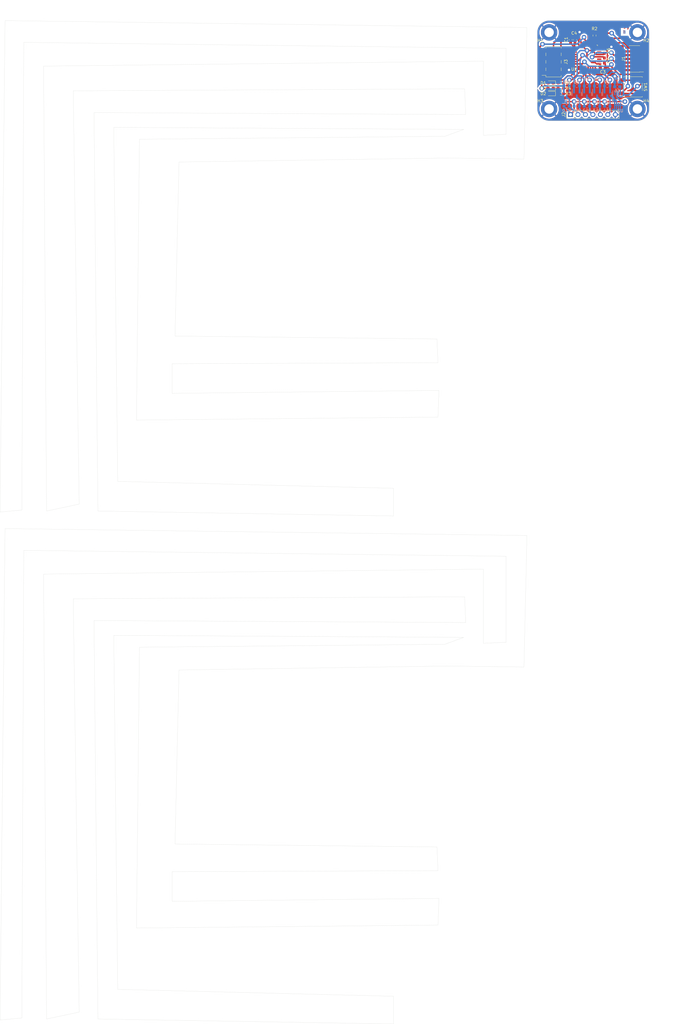
<source format=kicad_pcb>
(kicad_pcb (version 20221018) (generator pcbnew)
  (layers (0 "F.Cu" signal) (31 "B.Cu" signal) (34 "B.Paste" user) (35 "F.Paste" user) (36 "B.SilkS" user "B.Silkscreen") (37 "F.SilkS" user "F.Silkscreen") (38 "B.Mask" user) (39 "F.Mask" user) (44 "Edge.Cuts" user))
  (net 0 "")
  (net 1 "+5V-v2-")
  (net 2 "GND-v2-")
  (net 3 "+3.3V-v2-")
  (net 4 "Net-(D1-K)-v2-")
  (net 6 "Net-(D3-K)-v2-")
  (net 7 "Status_LED-v2-")
  (net 8 "Data_Clock_SNES-v2-")
  (net 9 "Data_Latch_SNES-v2-")
  (net 10 "Net-(D2-K)-v2-")
  (net 11 "Serial_Data1_SNES-v2-")
  (net 12 "Serial_Data2_SNES-v2-")
  (net 13 "SPI_Chip_Select-v2-")
  (net 14 "Chip_Enable-v2-")
  (net 15 "SPI_Digital_Input-v2-")
  (net 16 "SPI_Clock-v2-")
  (net 17 "SPI_Digital_Output-v2-")
  (net 18 "IOBit_SNES-v2-")
  (net 19 "Data_Clock_STM32-v2-")
  (net 20 "Data_Latch_STM32-v2-")
  (net 21 "Appairing_Btn-v2-")
  (net 22 "Net-(U2-BP)-v2-")
  (net 23 "SWDIO-v2-")
  (net 24 "SWDCK-v2-")
  (net 27 "NRST-v2-")
  (net 28 "USART2_RX-v2-")
  (net 29 "USART2_TX-v2-")
  (net 30 "Serial_Data1_STM32-v2-")
  (net 31 "IOBit_STM32-v2-")
  (net 32 "Serial_Data2_STM32-v2-")
  (footprint "Connector_PinHeader_2.54mm:PinHeader_1x07_P2.54mm_Vertical" (layer "F.Cu") (at 195 33.15 90)
    (fp_text reference "J2")
    (fp_text value "Conn_01x07_Socket")
  )
  (footprint "Resistor_SMD:R_0603_1608Metric_Pad0.98x0.95mm_HandSolder" (layer "F.Cu") (at 191.76875 24.25)
    (fp_text reference "R4")
    (fp_text value "1k")
  )
  (footprint "Capacitor_SMD:C_0603_1608Metric_Pad1.08x0.95mm_HandSolder" (layer "F.Cu") (at 206.51 11.5 90)
    (fp_text reference "C5")
    (fp_text value "100n")
  )
  (footprint "Capacitor_SMD:C_0603_1608Metric_Pad1.08x0.95mm_HandSolder" (layer "F.Cu") (at 196.55 7.75 90)
    (fp_text reference "C4")
    (fp_text value "100n")
  )
  (footprint "Capacitor_SMD:C_0603_1608Metric_Pad1.08x0.95mm_HandSolder" (layer "F.Cu") (at 195.05 7.75 90)
    (fp_text reference "C1")
    (fp_text value "10u")
  )
  (footprint "MountingHole:MountingHole_3.2mm_M3_DIN965_Pad" (layer "F.Cu") (at 187.75 5.25)
    (fp_text reference "H1")
    (fp_text value "MountingHole_Pad")
  )
  (footprint "Resistor_SMD:R_0603_1608Metric_Pad0.98x0.95mm_HandSolder" (layer "F.Cu") (at 203.17 6.32 90)
    (fp_text reference "R2")
    (fp_text value "10k")
  )
  (footprint "Diode_SMD:D_0603_1608Metric_Pad1.05x0.95mm_HandSolder" (layer "F.Cu") (at 188.26875 22.45 180)
    (fp_text reference "D1")
    (fp_text value "LED_Small")
  )
  (footprint "Diode_SMD:D_0603_1608Metric_Pad1.05x0.95mm_HandSolder" (layer "F.Cu") (at 188.26875 26.05 180)
    (fp_text reference "D2")
    (fp_text value "LED_Small")
  )
  (footprint "Capacitor_SMD:C_0603_1608Metric_Pad1.08x0.95mm_HandSolder" (layer "F.Cu") (at 206.51 14.8025 90)
    (fp_text reference "C2")
    (fp_text value "100n")
  )
  (footprint "Diode_SMD:D_0603_1608Metric_Pad1.05x0.95mm_HandSolder" (layer "F.Cu") (at 188.26875 24.25 180)
    (fp_text reference "D3")
    (fp_text value "LED")
  )
  (footprint "MountingHole:MountingHole_3.2mm_M3_DIN965_Pad" (layer "F.Cu") (at 187.75 31.25)
    (fp_text reference "H3")
    (fp_text value "MountingHole_Pad")
  )
  (footprint "Capacitor_SMD:C_0603_1608Metric_Pad1.08x0.95mm_HandSolder" (layer "F.Cu") (at 206.0025 17.19)
    (fp_text reference "C3")
    (fp_text value "100n")
  )
  (footprint "Button_Switch_SMD:SW_SPST_B3S-1000" (layer "F.Cu") (at 216.25 23.75 180)
    (fp_text reference "SW1")
    (fp_text value "SW_SPST")
  )
  (footprint "Resistor_SMD:R_0603_1608Metric_Pad0.98x0.95mm_HandSolder" (layer "F.Cu") (at 191.76875 22.45)
    (fp_text reference "R1")
    (fp_text value "1k")
  )
  (footprint "Connector_PinSocket_2.54mm:PinSocket_2x04_P2.54mm_Vertical_SMD" (layer "F.Cu") (at 189.25 15.25 180)
    (fp_text reference "J3")
    (fp_text value "Conn_01x08_Socket")
  )
  (footprint "Package_QFP:LQFP-32_7x7mm_P0.8mm" (layer "F.Cu") (at 200.6 13.15 180)
    (fp_text reference "U1")
    (fp_text value "STM32L412KBTx")
  )
  (footprint "MountingHole:MountingHole_3.2mm_M3_DIN965_Pad" (layer "F.Cu") (at 217.75 31.25)
    (fp_text reference "H4")
    (fp_text value "MountingHole_Pad")
  )
  (footprint "Resistor_SMD:R_0603_1608Metric_Pad0.98x0.95mm_HandSolder" (layer "F.Cu") (at 191.76875 26.05)
    (fp_text reference "R3")
    (fp_text value "1k")
  )
  (footprint "Connector_PinHeader_1.27mm:PinHeader_2x07_P1.27mm_Vertical_SMD" (layer "F.Cu") (at 216.75 14.25 180)
    (fp_text reference "J1")
    (fp_text value "Conn_02x07_Odd_Even")
  )
  (footprint "MountingHole:MountingHole_3.2mm_M3_DIN965_Pad" (layer "F.Cu") (at 217.75 5.25)
    (fp_text reference "H2")
    (fp_text value "MountingHole_Pad")
  )
  (footprint "Resistor_SMD:R_0603_1608Metric_Pad0.98x0.95mm_HandSolder" (layer "B.Cu") (at 197.15 30.35)
    (fp_text reference "R11")
    (fp_text value "10k")
  )
  (footprint "Resistor_SMD:R_0603_1608Metric_Pad0.98x0.95mm_HandSolder" (layer "B.Cu") (at 193.7 23.45)
    (fp_text reference "R5")
    (fp_text value "10k")
  )
  (footprint "Capacitor_SMD:C_0603_1608Metric_Pad1.08x0.95mm_HandSolder" (layer "B.Cu") (at 210.9 23.7 180)
    (fp_text reference "C6")
    (fp_text value "470p")
  )
  (footprint "Package_TO_SOT_SMD:SOT-23" (layer "B.Cu") (at 193.7 26.15 -90)
    (fp_text reference "Q1")
    (fp_text value "2N7002")
  )
  (footprint "Package_TO_SOT_SMD:SOT-23" (layer "B.Cu") (at 200.6 26.15 -90)
    (fp_text reference "Q3")
    (fp_text value "2N7002")
  )
  (footprint "Capacitor_SMD:C_0603_1608Metric_Pad1.08x0.95mm_HandSolder" (layer "B.Cu") (at 210.9 22.2 180)
    (fp_text reference "C7")
    (fp_text value "2.2u")
  )
  (footprint "Resistor_SMD:R_0603_1608Metric_Pad0.98x0.95mm_HandSolder" (layer "B.Cu") (at 207.5 30.35)
    (fp_text reference "R14")
    (fp_text value "10k")
  )
  (footprint "Resistor_SMD:R_0603_1608Metric_Pad0.98x0.95mm_HandSolder" (layer "B.Cu") (at 200.6 30.35)
    (fp_text reference "R12")
    (fp_text value "10k")
  )
  (footprint "Resistor_SMD:R_0603_1608Metric_Pad0.98x0.95mm_HandSolder" (layer "B.Cu") (at 193.7 30.35)
    (fp_text reference "R10")
    (fp_text value "10k")
  )
  (footprint "Resistor_SMD:R_0603_1608Metric_Pad0.98x0.95mm_HandSolder" (layer "B.Cu") (at 197.15 23.45)
    (fp_text reference "R6")
    (fp_text value "10k")
  )
  (footprint "Resistor_SMD:R_0603_1608Metric_Pad0.98x0.95mm_HandSolder" (layer "B.Cu") (at 207.5 23.45)
    (fp_text reference "R9")
    (fp_text value "10k")
  )
  (footprint "Resistor_SMD:R_0603_1608Metric_Pad0.98x0.95mm_HandSolder" (layer "B.Cu") (at 204.05 23.45)
    (fp_text reference "R8")
    (fp_text value "10k")
  )
  (footprint "Package_SO:MSOP-8_3x3mm_P0.65mm" (layer "B.Cu") (at 211.0125 27.9 -90)
    (fp_text reference "U2")
    (fp_text value "MIC5219-3.3YMM")
  )
  (footprint "Package_TO_SOT_SMD:SOT-23" (layer "B.Cu") (at 204.05 26.15 -90)
    (fp_text reference "Q4")
    (fp_text value "2N7002")
  )
  (footprint "Package_TO_SOT_SMD:SOT-23" (layer "B.Cu") (at 207.5 26.15 -90)
    (fp_text reference "Q5")
    (fp_text value "2N7002")
  )
  (footprint "Package_TO_SOT_SMD:SOT-23" (layer "B.Cu") (at 197.15 26.15 -90)
    (fp_text reference "Q2")
    (fp_text value "2N7002")
  )
  (footprint "Resistor_SMD:R_0603_1608Metric_Pad0.98x0.95mm_HandSolder" (layer "B.Cu") (at 204.05 30.35)
    (fp_text reference "R13")
    (fp_text value "10k")
  )
  (footprint "Resistor_SMD:R_0603_1608Metric_Pad0.98x0.95mm_HandSolder" (layer "B.Cu") (at 200.6 23.45)
    (fp_text reference "R7")
    (fp_text value "10k")
  )
  (gr_line (start 221.75 5.25) (end 221.75 31.25) (stroke (width 0.1)) (layer "Edge.Cuts"))
  (gr_line (start 183.75 31.25) (end 183.75 5.25) (stroke (width 0.1)) (layer "Edge.Cuts"))
  (gr_line (start 1.249937 168.12989) (end 8.639937 167.44989) (stroke (width 0.05)) (layer "Edge.Cuts"))
  (gr_line (start 16.029937 189.19989) (end 17.039937 340.28989) (stroke (width 0.05)) (layer "Edge.Cuts"))
  (gr_line (start 48.599937 214.03989) (end 47.589937 309.39989) (stroke (width 0.05)) (layer "Edge.Cuts"))
  (gr_line (start 41.209937 330.21989) (end 39.869937 210.00989) (stroke (width 0.05)) (layer "Edge.Cuts"))
  (gr_line (start 62.029937 49.26989) (end 153.019937 47.91989) (stroke (width 0.05)) (layer "Edge.Cuts"))
  (gr_line (start 39.869937 37.50989) (end 158.729937 38.18989) (stroke (width 0.05)) (layer "Edge.Cuts"))
  (gr_line (start 62.029937 221.76989) (end 153.019937 220.41989) (stroke (width 0.05)) (layer "Edge.Cuts"))
  (gr_arc (start 217.75 1.25) (mid 220.578427 2.421573) (end 221.75 5.25) (stroke (width 0.1)) (layer "Edge.Cuts"))
  (gr_line (start 33.149937 32.47989) (end 34.489937 167.78989) (stroke (width 0.05)) (layer "Edge.Cuts"))
  (gr_line (start 173.159937 212.35989) (end 165.439937 212.69989) (stroke (width 0.05)) (layer "Edge.Cuts"))
  (gr_line (start 17.039937 167.78989) (end 28.119937 165.43989) (stroke (width 0.05)) (layer "Edge.Cuts"))
  (gr_line (start 159.399937 205.64989) (end 33.149937 204.97989) (stroke (width 0.05)) (layer "Edge.Cuts"))
  (gr_line (start 158.729937 210.68989) (end 152.349937 213.03989) (stroke (width 0.05)) (layer "Edge.Cuts"))
  (gr_line (start 152.349937 213.03989) (end 48.599937 214.03989) (stroke (width 0.05)) (layer "Edge.Cuts"))
  (gr_line (start 134.889937 341.96989) (end 134.889937 332.56989) (stroke (width 0.05)) (layer "Edge.Cuts"))
  (gr_line (start 16.029937 16.69989) (end 17.039937 167.78989) (stroke (width 0.05)) (layer "Edge.Cuts"))
  (gr_line (start 149.999937 308.38989) (end 150.329937 299.32989) (stroke (width 0.05)) (layer "Edge.Cuts"))
  (gr_line (start 173.159937 183.14989) (end 173.159937 212.35989) (stroke (width 0.05)) (layer "Edge.Cuts"))
  (gr_line (start 149.999937 117.42989) (end 149.659937 109.36989) (stroke (width 0.05)) (layer "Edge.Cuts"))
  (gr_line (start 153.019937 47.91989) (end 179.209937 48.25989) (stroke (width 0.05)) (layer "Edge.Cuts"))
  (gr_line (start 153.019937 220.41989) (end 179.209937 220.75989) (stroke (width 0.05)) (layer "Edge.Cuts"))
  (gr_line (start 59.679937 290.25989) (end 149.999937 289.92989) (stroke (width 0.05)) (layer "Edge.Cuts"))
  (gr_line (start 1.249937 340.62989) (end 8.639937 339.94989) (stroke (width 0.05)) (layer "Edge.Cuts"))
  (gr_line (start 17.039937 340.28989) (end 28.119937 337.93989) (stroke (width 0.05)) (layer "Edge.Cuts"))
  (gr_line (start 159.059937 24.41989) (end 159.399937 33.14989) (stroke (width 0.05)) (layer "Edge.Cuts"))
  (gr_line (start 59.679937 117.75989) (end 149.999937 117.42989) (stroke (width 0.05)) (layer "Edge.Cuts"))
  (gr_line (start 59.679937 300.32989) (end 59.679937 290.25989) (stroke (width 0.05)) (layer "Edge.Cuts"))
  (gr_line (start 134.889937 169.46989) (end 134.889937 160.06989) (stroke (width 0.05)) (layer "Edge.Cuts"))
  (gr_line (start 9.309937 181.13989) (end 173.159937 183.14989) (stroke (width 0.05)) (layer "Edge.Cuts"))
  (gr_line (start 39.869937 210.00989) (end 158.729937 210.68989) (stroke (width 0.05)) (layer "Edge.Cuts"))
  (gr_line (start 47.589937 136.89989) (end 149.999937 135.88989) (stroke (width 0.05)) (layer "Edge.Cuts"))
  (gr_line (start 159.399937 33.14989) (end 33.149937 32.47989) (stroke (width 0.05)) (layer "Edge.Cuts"))
  (gr_line (start 134.889937 160.06989) (end 41.209937 157.71989) (stroke (width 0.05)) (layer "Edge.Cuts"))
  (gr_arc (start 187.75 35.25) (mid 184.921573 34.078427) (end 183.75 31.25) (stroke (width 0.1)) (layer "Edge.Cuts"))
  (gr_line (start 33.149937 204.97989) (end 34.489937 340.28989) (stroke (width 0.05)) (layer "Edge.Cuts"))
  (gr_line (start 150.329937 299.32989) (end 59.679937 300.32989) (stroke (width 0.05)) (layer "Edge.Cuts"))
  (gr_line (start 59.679937 127.82989) (end 59.679937 117.75989) (stroke (width 0.05)) (layer "Edge.Cuts"))
  (gr_line (start 60.679937 280.85989) (end 62.029937 221.76989) (stroke (width 0.05)) (layer "Edge.Cuts"))
  (gr_line (start 179.209937 48.25989) (end 180.219937 3.59989) (stroke (width 0.05)) (layer "Edge.Cuts"))
  (gr_line (start 149.999937 135.88989) (end 150.329937 126.82989) (stroke (width 0.05)) (layer "Edge.Cuts"))
  (gr_line (start 9.309937 8.63989) (end 173.159937 10.64989) (stroke (width 0.05)) (layer "Edge.Cuts"))
  (gr_line (start 134.889937 332.56989) (end 41.209937 330.21989) (stroke (width 0.05)) (layer "Edge.Cuts"))
  (gr_line (start 165.439937 212.69989) (end 165.439937 187.51989) (stroke (width 0.05)) (layer "Edge.Cuts"))
  (gr_line (start 149.659937 281.86989) (end 60.679937 280.85989) (stroke (width 0.05)) (layer "Edge.Cuts"))
  (gr_line (start 34.489937 340.28989) (end 134.889937 341.96989) (stroke (width 0.05)) (layer "Edge.Cuts"))
  (gr_line (start 2.929937 173.74989) (end 1.249937 340.62989) (stroke (width 0.05)) (layer "Edge.Cuts"))
  (gr_line (start 179.209937 220.75989) (end 180.219937 176.09989) (stroke (width 0.05)) (layer "Edge.Cuts"))
  (gr_line (start 165.439937 187.51989) (end 16.029937 189.19989) (stroke (width 0.05)) (layer "Edge.Cuts"))
  (gr_line (start 28.119937 337.93989) (end 26.099937 197.58989) (stroke (width 0.05)) (layer "Edge.Cuts"))
  (gr_line (start 34.489937 167.78989) (end 134.889937 169.46989) (stroke (width 0.05)) (layer "Edge.Cuts"))
  (gr_arc (start 221.75 31.25) (mid 220.578427 34.078427) (end 217.75 35.25) (stroke (width 0.1)) (layer "Edge.Cuts"))
  (gr_line (start 152.349937 40.53989) (end 48.599937 41.53989) (stroke (width 0.05)) (layer "Edge.Cuts"))
  (gr_line (start 26.099937 25.08989) (end 159.059937 24.41989) (stroke (width 0.05)) (layer "Edge.Cuts"))
  (gr_line (start 180.219937 176.09989) (end 2.929937 173.74989) (stroke (width 0.05)) (layer "Edge.Cuts"))
  (gr_line (start 173.159937 10.64989) (end 173.159937 39.85989) (stroke (width 0.05)) (layer "Edge.Cuts"))
  (gr_line (start 158.729937 38.18989) (end 152.349937 40.53989) (stroke (width 0.05)) (layer "Edge.Cuts"))
  (gr_line (start 187.75 1.25) (end 217.75 1.25) (stroke (width 0.1)) (layer "Edge.Cuts"))
  (gr_line (start 48.599937 41.53989) (end 47.589937 136.89989) (stroke (width 0.05)) (layer "Edge.Cuts"))
  (gr_line (start 159.059937 196.91989) (end 159.399937 205.64989) (stroke (width 0.05)) (layer "Edge.Cuts"))
  (gr_arc (start 183.75 5.25) (mid 184.921573 2.421573) (end 187.75 1.25) (stroke (width 0.1)) (layer "Edge.Cuts"))
  (gr_line (start 2.929937 1.24989) (end 1.249937 168.12989) (stroke (width 0.05)) (layer "Edge.Cuts"))
  (gr_line (start 47.589937 309.39989) (end 149.999937 308.38989) (stroke (width 0.05)) (layer "Edge.Cuts"))
  (gr_line (start 165.439937 15.01989) (end 16.029937 16.69989) (stroke (width 0.05)) (layer "Edge.Cuts"))
  (gr_line (start 41.209937 157.71989) (end 39.869937 37.50989) (stroke (width 0.05)) (layer "Edge.Cuts"))
  (gr_line (start 149.999937 289.92989) (end 149.659937 281.86989) (stroke (width 0.05)) (layer "Edge.Cuts"))
  (gr_line (start 8.639937 167.44989) (end 9.309937 8.63989) (stroke (width 0.05)) (layer "Edge.Cuts"))
  (gr_line (start 60.679937 108.35989) (end 62.029937 49.26989) (stroke (width 0.05)) (layer "Edge.Cuts"))
  (gr_line (start 165.439937 40.19989) (end 165.439937 15.01989) (stroke (width 0.05)) (layer "Edge.Cuts"))
  (gr_line (start 173.159937 39.85989) (end 165.439937 40.19989) (stroke (width 0.05)) (layer "Edge.Cuts"))
  (gr_line (start 217.75 35.25) (end 187.75 35.25) (stroke (width 0.1)) (layer "Edge.Cuts"))
  (gr_line (start 8.639937 339.94989) (end 9.309937 181.13989) (stroke (width 0.05)) (layer "Edge.Cuts"))
  (gr_line (start 150.329937 126.82989) (end 59.679937 127.82989) (stroke (width 0.05)) (layer "Edge.Cuts"))
  (gr_line (start 28.119937 165.43989) (end 26.099937 25.08989) (stroke (width 0.05)) (layer "Edge.Cuts"))
  (gr_line (start 180.219937 3.59989) (end 2.929937 1.24989) (stroke (width 0.05)) (layer "Edge.Cuts"))
  (gr_line (start 26.099937 197.58989) (end 159.059937 196.91989) (stroke (width 0.05)) (layer "Edge.Cuts"))
  (gr_line (start 149.659937 109.36989) (end 60.679937 108.35989) (stroke (width 0.05)) (layer "Edge.Cuts"))
  (gr_text "SNES Plug" (at 205.75 3.75) (layer "F.Cu") (effects (font (size 1 1)) (justify left bottom)))
  (gr_text "T" (at 212.75 5.75) (layer "F.Cu") (effects (font (size 1 1)) (justify left bottom)))
  (gr_text "B" (at 212.75 5.75) (layer "B.Cu") (effects (font (size 1 1)) (justify left bottom)))
  (segment (start 187.39375 26.05) (end 187.39375 26.084561) (width 0.5) (layer "F.Cu") (net 1))
  (segment (start 196.2375 28.75) (end 199.6875 28.75) (width 0.3) (layer "F.Cu") (net 1))
  (segment (start 196.2375 28.75) (end 196.2375 31.9125) (width 0.5) (layer "F.Cu") (net 1))
  (segment (start 203.1375 28.75) (end 199.6875 28.75) (width 0.5) (layer "F.Cu") (net 1))
  (segment (start 206.5875 28.75) (end 213.5 28.75) (width 0.5) (layer "F.Cu") (net 1))
  (segment (start 191.5 28.75) (end 196.2375 28.75) (width 0.5) (layer "F.Cu") (net 1))
  (segment (start 203.1375 28.75) (end 206.5875 28.75) (width 0.5) (layer "F.Cu") (net 1))
  (segment (start 196.2375 31.9125) (end 195 33.15) (width 0.5) (layer "F.Cu") (net 1))
  (segment (start 190.25 27.5) (end 191.5 28.75) (width 0.5) (layer "F.Cu") (net 1))
  (segment (start 188.809189 27.5) (end 190.25 27.5) (width 0.5) (layer "F.Cu") (net 1))
  (segment (start 187.39375 26.084561) (end 188.809189 27.5) (width 0.5) (layer "F.Cu") (net 1))
  (via (at 196.2375 28.75) (size 1.6) (drill 0.8) (layers "F.Cu" "B.Cu") (net 1))
  (via (at 206.5875 28.75) (size 1.6) (drill 0.8) (layers "F.Cu" "B.Cu") (net 1))
  (via (at 213.5 28.75) (size 1.6) (drill 0.8) (layers "F.Cu" "B.Cu") (net 1))
  (via (at 199.6875 28.75) (size 1.6) (drill 0.8) (layers "F.Cu" "B.Cu") (net 1))
  (via (at 203.1375 28.75) (size 1.6) (drill 0.8) (layers "F.Cu" "B.Cu") (net 1))
  (segment (start 212.106739 28.65) (end 210.6875 27.230761) (width 0.5) (layer "B.Cu") (net 1))
  (segment (start 210.6875 25.7875) (end 210.6875 27.230761) (width 0.3) (layer "B.Cu") (net 1))
  (segment (start 213.5 28.75) (end 213.4 28.65) (width 0.5) (layer "B.Cu") (net 1))
  (segment (start 213.4 28.65) (end 212.106739 28.65) (width 0.5) (layer "B.Cu") (net 1))
  (segment (start 203.1375 28.75) (end 203.1375 30.35) (width 0.5) (layer "B.Cu") (net 1))
  (segment (start 195 33.15) (end 195 32.5625) (width 0.5) (layer "B.Cu") (net 1))
  (segment (start 206.5875 28.75) (end 206.5875 30.35) (width 0.5) (layer "B.Cu") (net 1))
  (segment (start 196.2375 30.35) (end 196.2375 28.75) (width 0.5) (layer "B.Cu") (net 1))
  (segment (start 195 32.5625) (end 192.7875 30.35) (width 0.5) (layer "B.Cu") (net 1))
  (segment (start 199.6875 28.75) (end 199.6875 30.35) (width 0.5) (layer "B.Cu") (net 1))
  (segment (start 193.44 19.06) (end 191.77 19.06) (width 0.5) (layer "F.Cu") (net 2))
  (segment (start 206.51 15.591193) (end 207.535 14.566193) (width 0.5) (layer "F.Cu") (net 2))
  (segment (start 205.84 18.215) (end 206.865 17.19) (width 0.5) (layer "F.Cu") (net 2))
  (segment (start 208.411689 10.6375) (end 206.51 10.6375) (width 0.5) (layer "F.Cu") (net 2))
  (segment (start 206.51 15.665) (end 206.51 15.591193) (width 0.5) (layer "F.Cu") (net 2))
  (segment (start 196.55 6.7) (end 198.1 5.15) (width 0.5) (layer "F.Cu") (net 2))
  (segment (start 204.29 18.215) (end 205.84 18.215) (width 0.5) (layer "F.Cu") (net 2))
  (segment (start 196.55 6.8875) (end 196.55 6.7) (width 0.5) (layer "F.Cu") (net 2))
  (segment (start 208.899189 10.15) (end 208.411689 10.6375) (width 0.5) (layer "F.Cu") (net 2))
  (segment (start 206.865 17.19) (end 206.865 16.02) (width 0.5) (layer "F.Cu") (net 2))
  (segment (start 207.535 11.6625) (end 206.51 10.6375) (width 0.5) (layer "F.Cu") (net 2))
  (segment (start 197.8 5.45) (end 197.8 8.975) (width 0.5) (layer "F.Cu") (net 2))
  (segment (start 203.4 17.325) (end 204.29 18.215) (width 0.5) (layer "F.Cu") (net 2))
  (segment (start 198.1 5.15) (end 197.8 5.45) (width 0.5) (layer "F.Cu") (net 2))
  (segment (start 194.5 18) (end 193.44 19.06) (width 0.5) (layer "F.Cu") (net 2))
  (segment (start 207.535 14.566193) (end 207.535 11.6625) (width 0.5) (layer "F.Cu") (net 2))
  (segment (start 195.05 6.8875) (end 196.55 6.8875) (width 0.5) (layer "F.Cu") (net 2))
  (segment (start 206.865 16.02) (end 206.51 15.665) (width 0.5) (layer "F.Cu") (net 2))
  (via (at 208.899189 10.15) (size 1.6) (drill 0.8) (layers "F.Cu" "B.Cu") (net 2))
  (via (at 198.1 5.15) (size 1.6) (drill 0.8) (layers "F.Cu" "B.Cu") (net 2))
  (via (at 194.5 18) (size 1.6) (drill 0.8) (layers "F.Cu" "B.Cu") (net 2))
  (via (at 210.0375 20.15) (size 1.6) (drill 0.8) (layers "F.Cu" "B.Cu") (net 2))
  (segment (start 210.0375 22.2) (end 210.0375 20.15) (width 0.5) (layer "B.Cu") (net 2))
  (segment (start 201.15 5.15) (end 198.1 5.15) (width 0.5) (layer "B.Cu") (net 2))
  (segment (start 210.0375 22.2) (end 210.0375 23.7) (width 0.5) (layer "B.Cu") (net 2))
  (segment (start 208.899189 10.15) (end 206.15 10.15) (width 0.5) (layer "B.Cu") (net 2))
  (segment (start 210.0375 20.1875) (end 210 20.15) (width 0.5) (layer "B.Cu") (net 2))
  (segment (start 206.15 10.15) (end 201.15 5.15) (width 0.5) (layer "B.Cu") (net 2))
  (segment (start 217.75 23.5) (end 218.225 23.5) (width 0.5) (layer "F.Cu") (net 3))
  (segment (start 204.775 15.95) (end 203.870406 15.95) (width 0.5) (layer "F.Cu") (net 3))
  (segment (start 220.225 21.5) (end 220.75 20.975) (width 0.5) (layer "F.Cu") (net 3))
  (segment (start 205.14 17.19) (end 205.14 16.315) (width 0.5) (layer "F.Cu") (net 3))
  (segment (start 185.25 20.54) (end 186.73 19.06) (width 0.5) (layer "F.Cu") (net 3))
  (segment (start 187.39375 24.25) (end 185.25 24.25) (width 0.5) (layer "F.Cu") (net 3))
  (segment (start 185.25 24.25) (end 185.25 20.54) (width 0.5) (layer "F.Cu") (net 3))
  (segment (start 205.14 16.315) (end 204.775 15.95) (width 0.5) (layer "F.Cu") (net 3))
  (segment (start 196.425 8.7375) (end 196.55 8.6125) (width 0.5) (layer "F.Cu") (net 3))
  (segment (start 199.55 10.35) (end 196.425 10.35) (width 0.5) (layer "F.Cu") (net 3))
  (segment (start 218.225 23.5) (end 220.225 21.5) (width 0.5) (layer "F.Cu") (net 3))
  (segment (start 220.75 20.975) (end 220.75 17.14) (width 0.5) (layer "F.Cu") (net 3))
  (segment (start 200.6 13.809189) (end 200.6 11.4) (width 0.5) (layer "F.Cu") (net 3))
  (segment (start 202.4 11.4) (end 200.6 11.4) (width 0.5) (layer "F.Cu") (net 3))
  (segment (start 220.4 16.79) (end 220.75 17.14) (width 0.5) (layer "F.Cu") (net 3))
  (segment (start 195.05 8.6125) (end 195.05 8.975) (width 0.5) (layer "F.Cu") (net 3))
  (segment (start 203.870406 15.95) (end 203.420406 15.5) (width 0.5) (layer "F.Cu") (net 3))
  (segment (start 203.420406 15.5) (end 202.290811 15.5) (width 0.5) (layer "F.Cu") (net 3))
  (segment (start 195.05 8.975) (end 196.425 10.35) (width 0.5) (layer "F.Cu") (net 3))
  (segment (start 204.775 12.75) (end 203.75 12.75) (width 0.5) (layer "F.Cu") (net 3))
  (segment (start 203.75 12.75) (end 202.4 11.4) (width 0.5) (layer "F.Cu") (net 3))
  (segment (start 206.51 12.3625) (end 206.1225 12.75) (width 0.5) (layer "F.Cu") (net 3))
  (segment (start 200.6 11.4) (end 199.55 10.35) (width 0.5) (layer "F.Cu") (net 3))
  (segment (start 196.425 10.35) (end 196.425 8.7375) (width 0.5) (layer "F.Cu") (net 3))
  (segment (start 206.1225 12.75) (end 204.775 12.75) (width 0.5) (layer "F.Cu") (net 3))
  (segment (start 202.290811 15.5) (end 200.6 13.809189) (width 0.5) (layer "F.Cu") (net 3))
  (segment (start 218.7 16.79) (end 220.4 16.79) (width 0.5) (layer "F.Cu") (net 3))
  (segment (start 212.275 21.5) (end 220.225 21.5) (width 0.5) (layer "F.Cu") (net 3))
  (via (at 185.25 24.25) (size 1.6) (drill 0.8) (layers "F.Cu" "B.Cu") (net 3))
  (via (at 217.75 23.5) (size 1.6) (drill 0.8) (layers "F.Cu" "B.Cu") (net 3))
  (via (at 200.6 11.4) (size 1.6) (drill 0.8) (layers "F.Cu" "B.Cu") (net 3))
  (segment (start 214.743261 26.506739) (end 213 26.506739) (width 0.5) (layer "B.Cu") (net 3))
  (segment (start 199.6875 23.45) (end 199.6875 21.115811) (width 0.5) (layer "B.Cu") (net 3))
  (segment (start 198.621689 20.05) (end 197.303311 20.05) (width 0.5) (layer "B.Cu") (net 3))
  (segment (start 200.753311 20.05) (end 202.071689 20.05) (width 0.5) (layer "B.Cu") (net 3))
  (segment (start 200.6 11.4) (end 198.35 11.4) (width 0.5) (layer "B.Cu") (net 3))
  (segment (start 197.303311 12.446689) (end 197.303311 20.05) (width 0.5) (layer "B.Cu") (net 3))
  (segment (start 198.35 11.4) (end 197.303311 12.446689) (width 0.5) (layer "B.Cu") (net 3))
  (segment (start 204.203311 20.05) (end 203.1375 21.115811) (width 0.5) (layer "B.Cu") (net 3))
  (segment (start 192.7875 23.45) (end 192.7875 21.315811) (width 0.5) (layer "B.Cu") (net 3))
  (segment (start 213 22.75) (end 212.45 22.2) (width 0.5) (layer "B.Cu") (net 3))
  (segment (start 210.596689 18.8) (end 208.903311 18.8) (width 0.5) (layer "B.Cu") (net 3))
  (segment (start 211.7625 22.2) (end 211.7625 19.965811) (width 0.5) (layer "B.Cu") (net 3))
  (segment (start 212.356739 27.15) (end 211.759683 27.15) (width 0.5) (layer "B.Cu") (net 3))
  (segment (start 214.743261 26.506739) (end 217.75 23.5) (width 0.5) (layer "B.Cu") (net 3))
  (segment (start 196.2 25.2125) (end 196.2 23.4875) (width 0.5) (layer "B.Cu") (net 3))
  (segment (start 196.2375 21.115811) (end 196.2375 23.45) (width 0.5) (layer "B.Cu") (net 3))
  (segment (start 211.3375 26.727817) (end 211.759683 27.15) (width 0.3) (layer "B.Cu") (net 3))
  (segment (start 203.1 23.4875) (end 203.1375 23.45) (width 0.5) (layer "B.Cu") (net 3))
  (segment (start 205.521689 20.05) (end 204.203311 20.05) (width 0.5) (layer "B.Cu") (net 3))
  (segment (start 194.053311 20.05) (end 195.171689 20.05) (width 0.5) (layer "B.Cu") (net 3))
  (segment (start 186.05 23.45) (end 192.7875 23.45) (width 0.5) (layer "B.Cu") (net 3))
  (segment (start 211.7625 19.965811) (end 210.596689 18.8) (width 0.5) (layer "B.Cu") (net 3))
  (segment (start 199.6875 21.115811) (end 198.621689 20.05) (width 0.5) (layer "B.Cu") (net 3))
  (segment (start 208.903311 18.8) (end 206.5875 21.115811) (width 0.5) (layer "B.Cu") (net 3))
  (segment (start 203.1375 21.115811) (end 203.1375 23.45) (width 0.5) (layer "B.Cu") (net 3))
  (segment (start 197.303311 20.05) (end 196.2375 21.115811) (width 0.5) (layer "B.Cu") (net 3))
  (segment (start 213 26.506739) (end 212.356739 27.15) (width 0.5) (layer "B.Cu") (net 3))
  (segment (start 202.071689 20.05) (end 203.1375 21.115811) (width 0.5) (layer "B.Cu") (net 3))
  (segment (start 185.25 24.25) (end 186.05 23.45) (width 0.5) (layer "B.Cu") (net 3))
  (segment (start 199.6875 21.115811) (end 200.753311 20.05) (width 0.5) (layer "B.Cu") (net 3))
  (segment (start 195.171689 20.05) (end 196.2375 21.115811) (width 0.5) (layer "B.Cu") (net 3))
  (segment (start 206.55 25.2125) (end 206.55 23.4875) (width 0.5) (layer "B.Cu") (net 3))
  (segment (start 212.45 22.2) (end 211.7625 22.2) (width 0.5) (layer "B.Cu") (net 3))
  (segment (start 196.2 23.4875) (end 196.2375 23.45) (width 0.5) (layer "B.Cu") (net 3))
  (segment (start 206.5875 21.115811) (end 205.521689 20.05) (width 0.5) (layer "B.Cu") (net 3))
  (segment (start 192.75 25.2125) (end 192.75 23.4875) (width 0.5) (layer "B.Cu") (net 3))
  (segment (start 192.7875 21.315811) (end 194.053311 20.05) (width 0.5) (layer "B.Cu") (net 3))
  (segment (start 199.65 25.2125) (end 199.65 23.4875) (width 0.5) (layer "B.Cu") (net 3))
  (segment (start 203.1 25.2125) (end 203.1 23.4875) (width 0.5) (layer "B.Cu") (net 3))
  (segment (start 199.65 23.4875) (end 199.6875 23.45) (width 0.5) (layer "B.Cu") (net 3))
  (segment (start 192.75 23.4875) (end 192.7875 23.45) (width 0.5) (layer "B.Cu") (net 3))
  (segment (start 213 26.506739) (end 213 22.75) (width 0.5) (layer "B.Cu") (net 3))
  (segment (start 206.55 23.4875) (end 206.5875 23.45) (width 0.5) (layer "B.Cu") (net 3))
  (segment (start 206.5875 23.45) (end 206.5875 21.115811) (width 0.5) (layer "B.Cu") (net 3))
  (segment (start 211.3375 25.7875) (end 211.3375 26.727817) (width 0.3) (layer "B.Cu") (net 3))
  (segment (start 190.85625 22.45) (end 189.14375 22.45) (width 0.5) (layer "F.Cu") (net 4))
  (segment (start 190.85625 24.25) (end 189.14375 24.25) (width 0.5) (layer "F.Cu") (net 6))
  (segment (start 195.125 20) (end 197.8 17.325) (width 0.5) (layer "F.Cu") (net 7))
  (segment (start 187.39375 22.45) (end 188.41875 21.425) (width 0.5) (layer "F.Cu") (net 7))
  (segment (start 194 20) (end 195.125 20) (width 0.5) (layer "F.Cu") (net 7))
  (segment (start 188.41875 21.425) (end 192.575 21.425) (width 0.5) (layer "F.Cu") (net 7))
  (segment (start 192.575 21.425) (end 194 20) (width 0.5) (layer "F.Cu") (net 7))
  (segment (start 194.6125 30.35) (end 194.6125 28) (width 0.5) (layer "B.Cu") (net 8))
  (segment (start 197.54 33.15) (end 197.54 32.54) (width 0.5) (layer "B.Cu") (net 8))
  (segment (start 196.75 31.75) (end 196.0125 31.75) (width 0.5) (layer "B.Cu") (net 8))
  (segment (start 196.0125 31.75) (end 194.6125 30.35) (width 0.5) (layer "B.Cu") (net 8))
  (segment (start 194.6125 28) (end 193.7 27.0875) (width 0.5) (layer "B.Cu") (net 8))
  (segment (start 197.54 32.54) (end 196.75 31.75) (width 0.5) (layer "B.Cu") (net 8))
  (segment (start 198.0625 30.35) (end 198.0625 28) (width 0.5) (layer "B.Cu") (net 9))
  (segment (start 198.0625 30.35) (end 198.0625 31.2125) (width 0.5) (layer "B.Cu") (net 9))
  (segment (start 198.0625 28) (end 197.15 27.0875) (width 0.5) (layer "B.Cu") (net 9))
  (segment (start 198.0625 31.2125) (end 200 33.15) (width 0.5) (layer "B.Cu") (net 9))
  (segment (start 189.14375 26.05) (end 190.85625 26.05) (width 0.5) (layer "F.Cu") (net 10))
  (segment (start 201.5125 32.1625) (end 202.5 33.15) (width 0.5) (layer "B.Cu") (net 11))
  (segment (start 201.5125 28) (end 200.6 27.0875) (width 0.5) (layer "B.Cu") (net 11))
  (segment (start 201.5125 30.35) (end 201.5125 32.1625) (width 0.5) (layer "B.Cu") (net 11))
  (segment (start 201.5125 30.35) (end 201.5125 28) (width 0.5) (layer "B.Cu") (net 11))
  (segment (start 204.9625 30.35) (end 204.9625 28) (width 0.5) (layer "B.Cu") (net 12))
  (segment (start 204.9625 28) (end 204.05 27.0875) (width 0.5) (layer "B.Cu") (net 12))
  (segment (start 204.9625 33.1125) (end 205 33.15) (width 0.5) (layer "B.Cu") (net 12))
  (segment (start 204.9625 30.35) (end 204.9625 33.1125) (width 0.5) (layer "B.Cu") (net 12))
  (segment (start 188 15.25) (end 186.73 16.52) (width 0.5) (layer "F.Cu") (net 13))
  (segment (start 193.5 15.25) (end 188 15.25) (width 0.5) (layer "F.Cu") (net 13))
  (segment (start 194 14.75) (end 193.5 15.25) (width 0.5) (layer "F.Cu") (net 13))
  (segment (start 194.85 11.15) (end 194 12) (width 0.5) (layer "F.Cu") (net 13))
  (segment (start 194 12) (end 194 14.75) (width 0.5) (layer "F.Cu") (net 13))
  (segment (start 196.425 11.15) (end 194.85 11.15) (width 0.5) (layer "F.Cu") (net 13))
  (segment (start 194.23 16.52) (end 195.125 15.625) (width 0.5) (layer "F.Cu") (net 14))
  (segment (start 191.77 16.52) (end 194.23 16.52) (width 0.5) (layer "F.Cu") (net 14))
  (segment (start 195.125 12.345406) (end 195.520406 11.95) (width 0.5) (layer "F.Cu") (net 14))
  (segment (start 195.520406 11.95) (end 196.425 11.95) (width 0.5) (layer "F.Cu") (net 14))
  (segment (start 195.125 15.625) (end 195.125 12.345406) (width 0.5) (layer "F.Cu") (net 14))
  (segment (start 191.77 8.516307) (end 196.486307 3.8) (width 0.5) (layer "F.Cu") (net 15))
  (segment (start 191.77 11.44) (end 191.77 8.516307) (width 0.5) (layer "F.Cu") (net 15))
  (segment (start 201 6) (end 201 8.975) (width 0.5) (layer "F.Cu") (net 15))
  (segment (start 198.8 3.8) (end 201 6) (width 0.5) (layer "F.Cu") (net 15))
  (segment (start 196.486307 3.8) (end 198.8 3.8) (width 0.5) (layer "F.Cu") (net 15))
  (segment (start 195.75 2.5) (end 199.75 2.5) (width 0.5) (layer "F.Cu") (net 16))
  (segment (start 191.77 13.98) (end 190.77 13.98) (width 0.5) (layer "F.Cu") (net 16))
  (segment (start 189.25 12.46) (end 189.25 9) (width 0.5) (layer "F.Cu") (net 16))
  (segment (start 189.25 9) (end 195.75 2.5) (width 0.5) (layer "F.Cu") (net 16))
  (segment (start 199.75 2.5) (end 201.8 4.55) (width 0.5) (layer "F.Cu") (net 16))
  (segment (start 201.8 4.55) (end 201.8 8.975) (width 0.5) (layer "F.Cu") (net 16))
  (segment (start 190.77 13.98) (end 189.25 12.46) (width 0.5) (layer "F.Cu") (net 16))
  (segment (start 200.2 8.070406) (end 200.2 8.975) (width 0.5) (layer "F.Cu") (net 17))
  (segment (start 199.6 6.9) (end 199.6 7.470406) (width 0.5) (layer "F.Cu") (net 17))
  (segment (start 184.68 12.93) (end 184.68 10.07) (width 0.5) (layer "F.Cu") (net 17))
  (segment (start 184.68 10.07) (end 185.5 9.25) (width 0.5) (layer "F.Cu") (net 17))
  (segment (start 186.73 13.98) (end 185.73 13.98) (width 0.5) (layer "F.Cu") (net 17))
  (segment (start 199.6 7.470406) (end 200.2 8.070406) (width 0.5) (layer "F.Cu") (net 17))
  (segment (start 185.73 13.98) (end 184.68 12.93) (width 0.5) (layer "F.Cu") (net 17))
  (via (at 185.5 9.25) (size 1.6) (drill 0.8) (layers "F.Cu" "B.Cu") (net 17))
  (via (at 199.6 6.9) (size 1.6) (drill 0.8) (layers "F.Cu" "B.Cu") (net 17))
  (segment (start 185.5 9.25) (end 197.25 9.25) (width 0.5) (layer "B.Cu") (net 17))
  (segment (start 197.25 9.25) (end 199.6 6.9) (width 0.5) (layer "B.Cu") (net 17))
  (segment (start 208.4125 30.35) (end 208.4125 32.2375) (width 0.5) (layer "B.Cu") (net 18))
  (segment (start 208.4125 32.2375) (end 207.5 33.15) (width 0.5) (layer "B.Cu") (net 18))
  (segment (start 208.4125 28) (end 207.5 27.0875) (width 0.5) (layer "B.Cu") (net 18))
  (segment (start 208.4125 30.35) (end 208.4125 28) (width 0.5) (layer "B.Cu") (net 18))
  (segment (start 195.429594 21.4) (end 198.6 18.229594) (width 0.5) (layer "F.Cu") (net 19))
  (segment (start 194.6125 21.4) (end 195.429594 21.4) (width 0.5) (layer "F.Cu") (net 19))
  (segment (start 198.6 18.229594) (end 198.6 17.325) (width 0.5) (layer "F.Cu") (net 19))
  (via (at 194.6125 21.4) (size 1.6) (drill 0.8) (layers "F.Cu" "B.Cu") (net 19))
  (segment (start 194.65 23.4875) (end 194.6125 23.45) (width 0.5) (layer "B.Cu") (net 19))
  (segment (start 194.6125 23.45) (end 194.6125 21.4) (width 0.5) (layer "B.Cu") (net 19))
  (segment (start 194.65 25.2125) (end 194.65 23.4875) (width 0.5) (layer "B.Cu") (net 19))
  (segment (start 198.0625 21.4) (end 199.4 20.0625) (width 0.5) (layer "F.Cu") (net 20))
  (segment (start 199.4 20.0625) (end 199.4 17.325) (width 0.5) (layer "F.Cu") (net 20))
  (via (at 198.0625 21.4) (size 1.6) (drill 0.8) (layers "F.Cu" "B.Cu") (net 20))
  (segment (start 198.1 25.2125) (end 198.1 23.4875) (width 0.5) (layer "B.Cu") (net 20))
  (segment (start 198.1 23.4875) (end 198.0625 23.45) (width 0.5) (layer "B.Cu") (net 20))
  (segment (start 198.0625 23.45) (end 198.0625 21.4) (width 0.5) (layer "B.Cu") (net 20))
  (segment (start 202.6 8.975) (end 202.6 7.8025) (width 0.5) (layer "F.Cu") (net 21))
  (segment (start 209 5.5) (end 204.9025 5.5) (width 0.5) (layer "F.Cu") (net 21))
  (segment (start 202.6 7.8025) (end 203.17 7.2325) (width 0.5) (layer "F.Cu") (net 21))
  (segment (start 214.5 23.5) (end 214.5 23.75) (width 0.5) (layer "F.Cu") (net 21))
  (segment (start 204.9025 5.5) (end 203.17 7.2325) (width 0.5) (layer "F.Cu") (net 21))
  (segment (start 220.225 26) (end 212.275 26) (width 0.5) (layer "F.Cu") (net 21))
  (segment (start 214.5 23.75) (end 212.275 25.975) (width 0.5) (layer "F.Cu") (net 21))
  (segment (start 212.275 25.975) (end 212.275 26) (width 0.5) (layer "F.Cu") (net 21))
  (via (at 214.5 23.5) (size 1.6) (drill 0.8) (layers "F.Cu" "B.Cu") (net 21))
  (via (at 209 5.5) (size 1.6) (drill 0.8) (layers "F.Cu" "B.Cu") (net 21))
  (segment (start 214.5 23.5) (end 214.5 11) (width 0.5) (layer "B.Cu") (net 21))
  (segment (start 214.5 11) (end 209 5.5) (width 0.5) (layer "B.Cu") (net 21))
  (segment (start 211.9875 25.7875) (end 211.9875 23.925) (width 0.3) (layer "B.Cu") (net 22))
  (segment (start 211.9875 23.925) (end 211.7625 23.7) (width 0.3) (layer "B.Cu") (net 22))
  (segment (start 197.329594 15.15) (end 199.1 13.379594) (width 0.5) (layer "F.Cu") (net 23))
  (segment (start 199.1 13.379594) (end 199.1 13) (width 0.5) (layer "F.Cu") (net 23))
  (segment (start 212.809189 18.06) (end 208.899189 14.15) (width 0.5) (layer "F.Cu") (net 23))
  (segment (start 196.425 15.15) (end 197.329594 15.15) (width 0.5) (layer "F.Cu") (net 23))
  (segment (start 214.8 18.06) (end 212.809189 18.06) (width 0.5) (layer "F.Cu") (net 23))
  (via (at 208.899189 14.15) (size 1.6) (drill 0.8) (layers "F.Cu" "B.Cu") (net 23))
  (via (at 199.1 13) (size 1.6) (drill 0.8) (layers "F.Cu" "B.Cu") (net 23))
  (segment (start 199.75 13) (end 201.75 15) (width 0.5) (layer "B.Cu") (net 23))
  (segment (start 199.1 13) (end 199.75 13) (width 0.5) (layer "B.Cu") (net 23))
  (segment (start 208.049189 15) (end 208.899189 14.15) (width 0.5) (layer "B.Cu") (net 23))
  (segment (start 201.75 15) (end 208.049189 15) (width 0.5) (layer "B.Cu") (net 23))
  (segment (start 199.75 15.25) (end 199.05 15.95) (width 0.5) (layer "F.Cu") (net 24))
  (segment (start 217.87 18.06) (end 216.43 19.5) (width 0.5) (layer "F.Cu") (net 24))
  (segment (start 208.899189 16.899189) (end 208.899189 16.15) (width 0.5) (layer "F.Cu") (net 24))
  (segment (start 216.43 19.5) (end 211.5 19.5) (width 0.5) (layer "F.Cu") (net 24))
  (segment (start 218.7 18.06) (end 217.87 18.06) (width 0.5) (layer "F.Cu") (net 24))
  (segment (start 199.05 15.95) (end 196.425 15.95) (width 0.5) (layer "F.Cu") (net 24))
  (segment (start 211.5 19.5) (end 208.899189 16.899189) (width 0.5) (layer "F.Cu") (net 24))
  (via (at 199.75 15.25) (size 1.6) (drill 0.8) (layers "F.Cu" "B.Cu") (net 24))
  (via (at 208.899189 16.15) (size 1.6) (drill 0.8) (layers "F.Cu" "B.Cu") (net 24))
  (segment (start 199.75 15.25) (end 201.25 16.75) (width 0.5) (layer "B.Cu") (net 24))
  (segment (start 201.25 16.75) (end 208.299189 16.75) (width 0.5) (layer "B.Cu") (net 24))
  (segment (start 208.299189 16.75) (end 208.899189 16.15) (width 0.5) (layer "B.Cu") (net 24))
  (segment (start 204.775 13.55) (end 202.45 13.55) (width 0.5) (layer "F.Cu") (net 27))
  (segment (start 206.51 13.94) (end 206.12 13.55) (width 0.5) (layer "F.Cu") (net 27))
  (segment (start 202.45 13.55) (end 202.35 13.65) (width 0.5) (layer "F.Cu") (net 27))
  (segment (start 206.12 13.55) (end 204.775 13.55) (width 0.5) (layer "F.Cu") (net 27))
  (segment (start 209.729189 12.98) (end 208.899189 12.15) (width 0.5) (layer "F.Cu") (net 27))
  (segment (start 214.8 12.98) (end 209.729189 12.98) (width 0.5) (layer "F.Cu") (net 27))
  (via (at 208.899189 12.15) (size 1.6) (drill 0.8) (layers "F.Cu" "B.Cu") (net 27))
  (via (at 202.35 13.65) (size 1.6) (drill 0.8) (layers "F.Cu" "B.Cu") (net 27))
  (segment (start 203.85 12.15) (end 202.35 13.65) (width 0.5) (layer "B.Cu") (net 27))
  (segment (start 208.899189 12.15) (end 203.85 12.15) (width 0.5) (layer "B.Cu") (net 27))
  (segment (start 216.75 9.72) (end 216.75 11.25) (width 0.5) (layer "F.Cu") (net 28))
  (segment (start 216.29 11.71) (end 214.8 11.71) (width 0.5) (layer "F.Cu") (net 28))
  (segment (start 205.125 7.25) (end 214.28 7.25) (width 0.5) (layer "F.Cu") (net 28))
  (segment (start 216.75 11.25) (end 216.29 11.71) (width 0.5) (layer "F.Cu") (net 28))
  (segment (start 203.4 8.975) (end 205.125 7.25) (width 0.5) (layer "F.Cu") (net 28))
  (segment (start 214.28 7.25) (end 216.75 9.72) (width 0.5) (layer "F.Cu") (net 28))
  (segment (start 214.8 10.44) (end 213.16 8.8) (width 0.5) (layer "F.Cu") (net 29))
  (segment (start 213.16 8.8) (end 206.325 8.8) (width 0.5) (layer "F.Cu") (net 29))
  (segment (start 206.325 8.8) (end 204.775 10.35) (width 0.5) (layer "F.Cu") (net 29))
  (segment (start 200.2 20.0875) (end 201.5125 21.4) (width 0.5) (layer "F.Cu") (net 30))
  (segment (start 200.2 17.325) (end 200.2 20.0875) (width 0.5) (layer "F.Cu") (net 30))
  (via (at 201.5125 21.4) (size 1.6) (drill 0.8) (layers "F.Cu" "B.Cu") (net 30))
  (segment (start 201.55 25.2125) (end 201.55 23.4875) (width 0.5) (layer "B.Cu") (net 30))
  (segment (start 201.55 23.4875) (end 201.5125 23.45) (width 0.5) (layer "B.Cu") (net 30))
  (segment (start 201.5125 23.45) (end 201.5125 21.4) (width 0.5) (layer "B.Cu") (net 30))
  (segment (start 202.789036 19.55) (end 201.8 18.560964) (width 0.5) (layer "F.Cu") (net 31))
  (segment (start 208.4125 21.4) (end 206.5625 19.55) (width 0.5) (layer "F.Cu") (net 31))
  (segment (start 201.8 18.560964) (end 201.8 17.325) (width 0.5) (layer "F.Cu") (net 31))
  (segment (start 206.5625 19.55) (end 202.789036 19.55) (width 0.5) (layer "F.Cu") (net 31))
  (via (at 208.4125 21.4) (size 1.6) (drill 0.8) (layers "F.Cu" "B.Cu") (net 31))
  (segment (start 208.4125 23.45) (end 208.4125 21.4) (width 0.5) (layer "B.Cu") (net 31))
  (segment (start 208.45 23.4875) (end 208.4125 23.45) (width 0.5) (layer "B.Cu") (net 31))
  (segment (start 208.45 25.2125) (end 208.45 23.4875) (width 0.5) (layer "B.Cu") (net 31))
  (segment (start 201 18.978311) (end 201 17.325) (width 0.5) (layer "F.Cu") (net 32))
  (segment (start 204.9625 21.4) (end 203.421689 21.4) (width 0.5) (layer "F.Cu") (net 32))
  (segment (start 203.421689 21.4) (end 201 18.978311) (width 0.5) (layer "F.Cu") (net 32))
  (via (at 204.9625 21.4) (size 1.6) (drill 0.8) (layers "F.Cu" "B.Cu") (net 32))
  (segment (start 204.9625 23.45) (end 204.9625 21.4) (width 0.5) (layer "B.Cu") (net 32))
  (segment (start 205 23.4875) (end 204.9625 23.45) (width 0.5) (layer "B.Cu") (net 32))
  (segment (start 205 25.2125) (end 205 23.4875) (width 0.5) (layer "B.Cu") (net 32))
  (zone (net 2) (net_name "GND-v2-") (layer "F.Cu") (connect_pads (clearance 0.5)) (min_thickness 0.25) (fill yes (thermal_gap 0.5) (thermal_bridge_width 0.5))
    (polygon (pts (xy 183.75 1.25) (xy 221.75 1.25) (xy 221.75 35.25) (xy 183.75 35.25)))
  )
  (zone (net 2) (net_name "GND-v2-") (layer "B.Cu") (priority 1) (connect_pads (clearance 0.5)) (min_thickness 0.25) (fill yes (thermal_gap 0.5) (thermal_bridge_width 0.5))
    (polygon (pts (xy 183.75 1.25) (xy 221.75 1.25) (xy 221.75 35.25) (xy 183.75 35.25)))
  )
)
</source>
